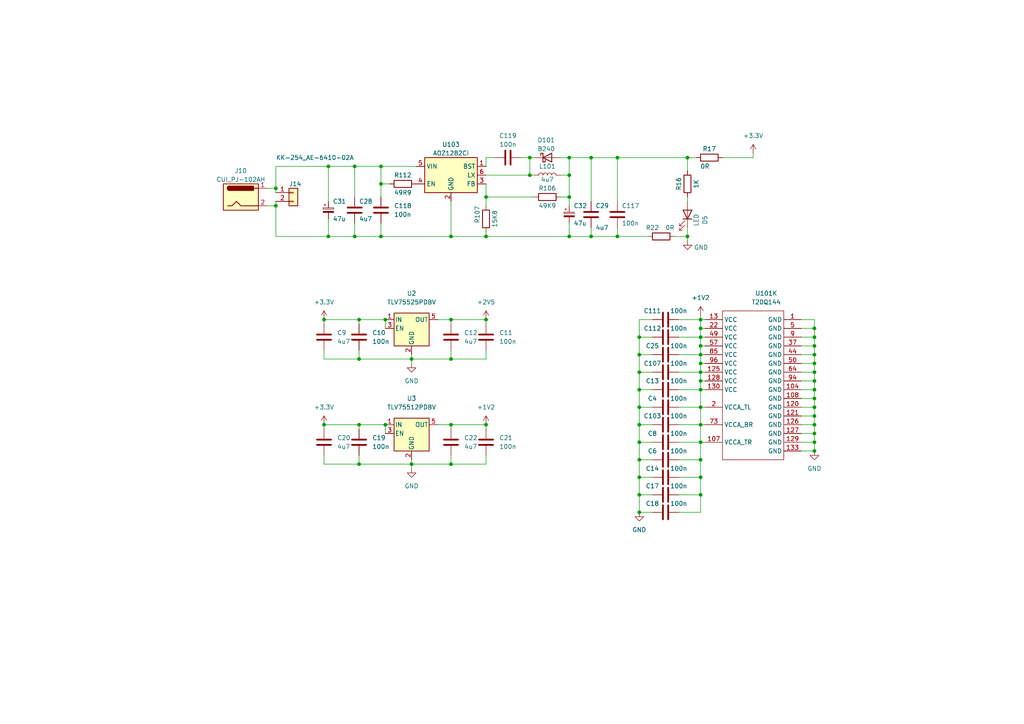
<source format=kicad_sch>
(kicad_sch (version 20231120) (generator "eeschema") (generator_version "8.0")
  (paper "A4")
  (lib_symbols
    (symbol "Connector:Barrel_Jack" (pin_names (offset 1.016))
      (property "Reference" "J" (at 0 5.334 0))
      (property "Value" "Barrel_Jack" (at 0 -5.08 0))
      (symbol "Barrel_Jack_0_1"
        (rectangle (start -5.08 3.81) (end 5.08 -3.81) (stroke (width 0.254)) (fill (type background)))
        (arc (start -3.302 3.175) (mid -3.9343 2.54) (end -3.302 1.905) (stroke (width 0.254)))
        (arc (start -3.302 3.175) (mid -3.9343 2.54) (end -3.302 1.905) (stroke (width 0.254)) (fill (type outline)))
        (polyline (pts (xy 5.08 2.54) (xy 3.81 2.54)) (stroke (width 0.254)))
        (polyline (pts (xy -3.81 -2.54) (xy -2.54 -2.54) (xy -1.27 -1.27) (xy 0 -2.54) (xy 2.54 -2.54) (xy 5.08 -2.54)) (stroke (width 0.254)))
        (rectangle (start 3.683 3.175) (end -3.302 1.905) (stroke (width 0.254)) (fill (type outline)))
      )
      (symbol "Barrel_Jack_1_1"
        (pin passive line (at 7.62 2.54 180) (length 2.54) (name "~") (number "1"))
        (pin passive line (at 7.62 -2.54 180) (length 2.54) (name "~") (number "2"))
      )
    )
    (symbol "Connector_Generic:Conn_01x02" (pin_names (offset 1.016) hide)
      (property "Reference" "J" (at 0 2.54 0))
      (property "Value" "Conn_01x02" (at 0 -5.08 0))
      (symbol "Conn_01x02_1_1"
        (rectangle (start -1.27 -2.413) (end 0 -2.667) (stroke (width 0.1524)))
        (rectangle (start -1.27 0.127) (end 0 -0.127) (stroke (width 0.1524)))
        (rectangle (start -1.27 1.27) (end 1.27 -3.81) (stroke (width 0.254)) (fill (type background)))
        (pin passive line (at -5.08 0 0) (length 3.81) (name "Pin_1") (number "1"))
        (pin passive line (at -5.08 -2.54 0) (length 3.81) (name "Pin_2") (number "2"))
      )
    )
    (symbol "Dales:C" (pin_numbers hide) (pin_names (offset 0.254))
      (property "Reference" "C" (at 0.635 2.54 0))
      (property "Value" "C" (at 0.635 -2.54 0))
      (symbol "C_0_1"
        (polyline (pts (xy -2.032 -0.762) (xy 2.032 -0.762)) (stroke (width 0.508)))
        (polyline (pts (xy -2.032 0.762) (xy 2.032 0.762)) (stroke (width 0.508)))
      )
      (symbol "C_1_1"
        (pin passive line (at 0 3.81 270) (length 2.794) (name "~") (number "1"))
        (pin passive line (at 0 -3.81 90) (length 2.794) (name "~") (number "2"))
      )
    )
    (symbol "Dales:T20Q144"
      (property "Reference" "U4" (at 12.7 5.08 0))
      (property "Value" "T20Q144" (at 12.7 2.54 0))
      (symbol "T20Q144_1_1"
        (rectangle (start 0 0) (end 22.86 -33.02) (fill (type background)))
        (pin power_in line (at 27.94 -2.54 180) (length 5.08) (name "VCCIO1A") (number "23"))
        (pin output line (at -5.08 -2.54 0) (length 5.08) (name "TDO") (number "24"))
        (pin input line (at -5.08 -5.08 0) (length 5.08) (name "TMS") (number "25"))
        (pin input line (at -5.08 -7.62 0) (length 5.08) (name "TCK") (number "26"))
        (pin input line (at -5.08 -10.16 0) (length 5.08) (name "TDI") (number "27"))
        (pin bidirectional line (at -5.08 -12.7 0) (length 5.08) (name "GPIOL_09_CDI1") (number "28"))
        (pin bidirectional line (at -5.08 -15.24 0) (length 5.08) (name "GPIOL_08_CDI0") (number "29"))
        (pin bidirectional line (at -5.08 -22.86 0) (length 5.08) (name "GPIOL_01_CCK") (number "30"))
        (pin bidirectional line (at -5.08 -25.4 0) (length 5.08) (name "GPIOL_00_SS_N") (number "31"))
        (pin bidirectional line (at -5.08 -20.32 0) (length 5.08) (name "GPIOL_04_CSI") (number "32"))
        (pin bidirectional line (at -5.08 -17.78 0) (length 5.08) (name "GPIOL_05_CSO") (number "33"))
        (pin output line (at -5.08 -30.48 0) (length 5.08) (name "CDONE") (number "34"))
        (pin bidirectional line (at -5.08 -27.94 0) (length 5.08) (name "CRESET_N") (number "35"))
      )
      (symbol "T20Q144_2_1"
        (rectangle (start 0 0) (end 27.94 -20.32) (fill (type background)))
        (pin bidirectional line (at -5.08 -2.54 0) (length 5.08) (name "GPIOL_25_CLK1") (number "14"))
        (pin bidirectional line (at -5.08 -5.08 0) (length 5.08) (name "GPIOL_24_CLK0") (number "15"))
        (pin bidirectional line (at -5.08 -7.62 0) (length 5.08) (name "GPIOL_22_CTRL2") (number "16"))
        (pin bidirectional line (at -5.08 -10.16 0) (length 5.08) (name "GPIOL_21_CTRL1_CDI5") (number "17"))
        (pin bidirectional line (at -5.08 -12.7 0) (length 5.08) (name "GPIOL_20_CTRL0_CDI4") (number "18"))
        (pin bidirectional line (at -5.08 -15.24 0) (length 5.08) (name "GPIOL_13_CDI3") (number "19"))
        (pin input line (at -5.08 -17.78 0) (length 5.08) (name "GPIOL_12_CDI2") (number "20"))
        (pin power_in line (at 33.02 -2.54 180) (length 5.08) (name "VCCIO1B") (number "21"))
      )
      (symbol "T20Q144_3_1"
        (rectangle (start 0 0) (end 30.48 -20.32) (fill (type background)))
        (pin bidirectional line (at -5.08 -15.24 0) (length 5.08) (name "GPIOL_32_CTRL4_CDI7") (number "10"))
        (pin bidirectional line (at -5.08 -17.78 0) (length 5.08) (name "GPIOL_31_CLK7_CDI6") (number "11"))
        (pin power_in line (at 35.56 -2.54 180) (length 5.08) (name "VCCIO1C_1D") (number "12"))
        (pin bidirectional line (at -5.08 -5.08 0) (length 5.08) (name "GPIOL_53_CDI10") (number "3"))
        (pin bidirectional line (at -5.08 -2.54 0) (length 5.08) (name "GPIOL_54_CDI11") (number "4"))
        (pin bidirectional line (at -5.08 -7.62 0) (length 5.08) (name "GPIOL_46") (number "6"))
        (pin bidirectional line (at -5.08 -10.16 0) (length 5.08) (name "GPIOL_41_CDI9") (number "7"))
        (pin bidirectional line (at -5.08 -12.7 0) (length 5.08) (name "GPIOL_40_CDI8") (number "8"))
      )
      (symbol "T20Q144_4_1"
        (rectangle (start 0 0) (end 27.94 -33.02) (fill (type background)))
        (rectangle (start 27.94 -2.54) (end 27.94 -2.54))
        (pin bidirectional line (at -5.08 -2.54 0) (length 5.08) (name "GPIOL_75_PLLIN1") (number "131"))
        (pin bidirectional line (at -5.08 -5.08 0) (length 5.08) (name "GPIOL_74_PLLIN0") (number "132"))
        (pin bidirectional line (at -5.08 -7.62 0) (length 5.08) (name "GPIOL_73_EXTFB1_CDI15") (number "134"))
        (pin bidirectional line (at -5.08 -10.16 0) (length 5.08) (name "GPIOL_72_EXTFB0_CDI14") (number "135"))
        (pin bidirectional line (at -5.08 -12.7 0) (length 5.08) (name "GPIOL_71_NSTATUS") (number "136"))
        (pin bidirectional line (at -5.08 -15.24 0) (length 5.08) (name "GPIOL_70_CBSEL0") (number "137"))
        (pin bidirectional line (at -5.08 -17.78 0) (length 5.08) (name "GPIOL_69_CBSEL1") (number "138"))
        (pin bidirectional line (at -5.08 -20.32 0) (length 5.08) (name "GPIOL_68") (number "139"))
        (pin bidirectional line (at -5.08 -22.86 0) (length 5.08) (name "GPIOL_67_CDI13") (number "140"))
        (pin bidirectional line (at -5.08 -25.4 0) (length 5.08) (name "GPIOL_65") (number "141"))
        (pin bidirectional line (at -5.08 -27.94 0) (length 5.08) (name "GPIOL_66_CDI12") (number "142"))
        (pin power_in line (at 33.02 -2.54 180) (length 5.08) (name "VCCIO1E") (number "143"))
        (pin power_in line (at -5.08 -30.48 0) (length 5.08) (name "GPIOL_64") (number "144"))
      )
      (symbol "T20Q144_5_1"
        (rectangle (start 0 0) (end 27.94 -35.56) (fill (type background)))
        (pin bidirectional line (at -5.08 -2.54 0) (length 5.08) (name "GPIOR_88_CDI28") (number "109"))
        (pin bidirectional line (at -5.08 -5.08 0) (length 5.08) (name "GPIOR_87_CDI29") (number "110"))
        (pin bidirectional line (at -5.08 -7.62 0) (length 5.08) (name "GPIOR_85") (number "111"))
        (pin bidirectional line (at -5.08 -10.16 0) (length 5.08) (name "GPIOR_86") (number "112"))
        (pin bidirectional line (at -5.08 -12.7 0) (length 5.08) (name "GPIOR_84") (number "113"))
        (pin bidirectional line (at -5.08 -15.24 0) (length 5.08) (name "GPIOR_83") (number "114"))
        (pin bidirectional line (at -5.08 -17.78 0) (length 5.08) (name "GPIOR_82") (number "115"))
        (pin bidirectional line (at -5.08 -20.32 0) (length 5.08) (name "GPIOR_81_MREFCLK") (number "116"))
        (pin bidirectional line (at -5.08 -22.86 0) (length 5.08) (name "GPIOR_80") (number "117"))
        (pin bidirectional line (at -5.08 -25.4 0) (length 5.08) (name "GPIOR_79_EXTFB1_CDI30") (number "118"))
        (pin bidirectional line (at -5.08 -27.94 0) (length 5.08) (name "GPIOR_78_EXTFB0_CDI31") (number "119"))
        (pin power_in line (at 33.02 -2.54 180) (length 5.08) (name "VCCIO3A") (number "122"))
        (pin bidirectional line (at -5.08 -30.48 0) (length 5.08) (name "GPIOR_77_PLLIN1") (number "123"))
        (pin bidirectional line (at -5.08 -33.02 0) (length 5.08) (name "GPIOR_76_PLLIN0") (number "124"))
      )
      (symbol "T20Q144_6_1"
        (rectangle (start 0 0) (end 38.1 -27.94) (fill (type background)))
        (pin bidirectional line (at -5.08 -12.7 0) (length 5.08) (name "GPIOR_112_CDI23") (number "100"))
        (pin bidirectional line (at -5.08 -15.24 0) (length 5.08) (name "GPIOR_105_CDI24") (number "101"))
        (pin bidirectional line (at -5.08 -17.78 0) (length 5.08) (name "GPIOR_104_CDI25") (number "102"))
        (pin bidirectional line (at -5.08 -20.32 0) (length 5.08) (name "GPIOR_95_CDI26") (number "103"))
        (pin bidirectional line (at -5.08 -22.86 0) (length 5.08) (name "GPIOR_94_CDI27") (number "105"))
        (pin bidirectional line (at -5.08 -25.4 0) (length 5.08) (name "GPIOR_88_CDI28") (number "106"))
        (pin bidirectional line (at -5.08 -2.54 0) (length 5.08) (name "GPIOR_122_CLK13_CDI21") (number "93"))
        (pin power_in line (at 43.18 -2.54 180) (length 5.08) (name "VCCIO3B_3C") (number "95"))
        (pin bidirectional line (at -5.08 -5.08 0) (length 5.08) (name "GPIOR_117_CTRL14") (number "97"))
        (pin bidirectional line (at -5.08 -7.62 0) (length 5.08) (name "GPIOR_116_CTRL15") (number "98"))
        (pin bidirectional line (at -5.08 -10.16 0) (length 5.08) (name "GPIOR_113_CDI22") (number "99"))
      )
      (symbol "T20Q144_7_1"
        (rectangle (start 0 0) (end 30.48 -25.4) (fill (type background)))
        (pin bidirectional line (at -5.08 -2.54 0) (length 5.08) (name "GPIOR_139") (number "81"))
        (pin bidirectional line (at -5.08 -5.08 0) (length 5.08) (name "GPIOR_138") (number "82"))
        (pin bidirectional line (at -5.08 -7.62 0) (length 5.08) (name "GPIOR_136_CDI16") (number "83"))
        (pin bidirectional line (at -5.08 -10.16 0) (length 5.08) (name "GPIOR_135_CDI17") (number "84"))
        (pin bidirectional line (at -5.08 -12.7 0) (length 5.08) (name "GPIOR_133_CDI18") (number "86"))
        (pin bidirectional line (at -5.08 -15.24 0) (length 5.08) (name "GPIOR_132_CDI19") (number "87"))
        (pin bidirectional line (at -5.08 -17.78 0) (length 5.08) (name "GPIOR_129_CTRL10") (number "89"))
        (pin bidirectional line (at -5.08 -20.32 0) (length 5.08) (name "GPIOR_128_CTRL11") (number "90"))
        (pin power_in line (at 35.56 -2.54 180) (length 5.08) (name "VCCIO3D") (number "91"))
        (pin bidirectional line (at -5.08 -22.86 0) (length 5.08) (name "GPIOR_125_CLK10") (number "92"))
      )
      (symbol "T20Q144_8_1"
        (rectangle (start 0 0) (end 30.48 -20.32) (fill (type background)))
        (pin bidirectional line (at -5.08 -2.54 0) (length 5.08) (name "GPIOR_158_TEST_N") (number "74"))
        (pin bidirectional line (at -5.08 -5.08 0) (length 5.08) (name "GPIOR_157_PLLIN") (number "75"))
        (pin bidirectional line (at -5.08 -7.62 0) (length 5.08) (name "GPIOR_155") (number "76"))
        (pin bidirectional line (at -5.08 -10.16 0) (length 5.08) (name "GPIOR_154") (number "77"))
        (pin bidirectional line (at -5.08 -12.7 0) (length 5.08) (name "GPIOR_151_CBUS0") (number "78"))
        (pin bidirectional line (at -5.08 -15.24 0) (length 5.08) (name "GPIOR_150_CBUS1") (number "79"))
        (pin bidirectional line (at -5.08 -17.78 0) (length 5.08) (name "GPIOR_149_CBUS2") (number "80"))
        (pin power_in line (at 35.56 -2.54 180) (length 5.08) (name "VCCIO3E") (number "88"))
      )
      (symbol "T20Q144_9_1"
        (rectangle (start 0 0) (end 25.4 -36.83) (fill (type background)))
        (pin bidirectional line (at -5.08 -2.54 0) (length 5.08) (name "GPIOB_RXP00") (number "55"))
        (pin bidirectional line (at -5.08 -5.08 0) (length 5.08) (name "GPIOB_RXN00") (number "56"))
        (pin bidirectional line (at -5.08 -7.62 0) (length 5.08) (name "GPIOB_RXP02") (number "58"))
        (pin bidirectional line (at -5.08 -10.16 0) (length 5.08) (name "GPIOB_RXN02") (number "59"))
        (pin bidirectional line (at -5.08 -12.7 0) (length 5.08) (name "GPIOB_RXN03") (number "60"))
        (pin bidirectional line (at -5.08 -15.24 0) (length 5.08) (name "GPIOB_RXP03") (number "61"))
        (pin power_in line (at 30.48 -2.54 180) (length 5.08) (name "VCCIO4A") (number "62"))
        (pin power_in line (at 30.48 -5.08 180) (length 5.08) (name "VCCIO4A") (number "63"))
        (pin bidirectional line (at -5.08 -17.78 0) (length 5.08) (name "GPIOB_RXN07") (number "65"))
        (pin bidirectional line (at -5.08 -20.32 0) (length 5.08) (name "GPIOB_RXP07") (number "66"))
        (pin bidirectional line (at -5.08 -22.86 0) (length 5.08) (name "GPIOB_RXP10") (number "67"))
        (pin bidirectional line (at -5.08 -25.4 0) (length 5.08) (name "GPIOB_RXN10") (number "68"))
        (pin bidirectional line (at -5.08 -27.94 0) (length 5.08) (name "GPIOB_RXN12_EXTFB0") (number "69"))
        (pin bidirectional line (at -5.08 -30.48 0) (length 5.08) (name "GPIOB_RXP12_EXTFB0") (number "70"))
        (pin bidirectional line (at -5.08 -33.02 0) (length 5.08) (name "GPIOB_CLKP0") (number "71"))
        (pin bidirectional line (at -5.08 -35.56 0) (length 5.08) (name "GPIOB_CLKN0") (number "72"))
      )
      (symbol "T20Q144_10_1"
        (rectangle (start 0 0) (end 25.4 -35.56) (fill (type background)))
        (pin passive line (at -5.08 -2.54 0) (length 5.08) (name "REF_RES") (number "36"))
        (pin bidirectional line (at -5.08 -5.08 0) (length 5.08) (name "GPIOB_TXP00") (number "38"))
        (pin bidirectional line (at -5.08 -7.62 0) (length 5.08) (name "GPIOB_TXN00") (number "39"))
        (pin bidirectional line (at -5.08 -10.16 0) (length 5.08) (name "GPIOB_TXP02") (number "40"))
        (pin bidirectional line (at -5.08 -12.7 0) (length 5.08) (name "GPIOB_TXN02") (number "41"))
        (pin bidirectional line (at -5.08 -15.24 0) (length 5.08) (name "GPIOB_TXP04") (number "42"))
        (pin bidirectional line (at -5.08 -17.78 0) (length 5.08) (name "GPIOB_TXN04") (number "43"))
        (pin bidirectional line (at -5.08 -20.32 0) (length 5.08) (name "GPIOB_TXP06") (number "45"))
        (pin bidirectional line (at -5.08 -22.86 0) (length 5.08) (name "GPIOB_TXN06") (number "46"))
        (pin bidirectional line (at -5.08 -25.4 0) (length 5.08) (name "GPIOB_TXP09") (number "47"))
        (pin bidirectional line (at -5.08 -27.94 0) (length 5.08) (name "GPIOB_TXN09") (number "48"))
        (pin power_in line (at 30.48 -2.54 180) (length 5.08) (name "VCCIO4B") (number "51"))
        (pin power_in line (at 30.48 -5.08 180) (length 5.08) (name "VCCIO4B") (number "52"))
        (pin bidirectional line (at -5.08 -30.48 0) (length 5.08) (name "GPIOB_TXP11") (number "53"))
        (pin bidirectional line (at -5.08 -33.02 0) (length 5.08) (name "GPIOB_TXN11") (number "54"))
      )
      (symbol "T20Q144_11_1"
        (rectangle (start 0 0) (end 17.78 -43.18))
        (pin power_in line (at 22.86 -2.54 180) (length 5.08) (name "GND") (number "1"))
        (pin power_in line (at 22.86 -22.86 180) (length 5.08) (name "GND") (number "104"))
        (pin power_in line (at -5.08 -38.1 0) (length 5.08) (name "VCCA_TR") (number "107"))
        (pin power_in line (at 22.86 -25.4 180) (length 5.08) (name "GND") (number "108"))
        (pin power_in line (at 22.86 -27.94 180) (length 5.08) (name "GND") (number "120"))
        (pin power_in line (at 22.86 -30.48 180) (length 5.08) (name "GND") (number "121"))
        (pin power_in line (at -5.08 -17.78 0) (length 5.08) (name "VCC") (number "125"))
        (pin power_in line (at 22.86 -33.02 180) (length 5.08) (name "GND") (number "126"))
        (pin power_in line (at 22.86 -35.56 180) (length 5.08) (name "GND") (number "127"))
        (pin power_in line (at -5.08 -20.32 0) (length 5.08) (name "VCC") (number "128"))
        (pin power_in line (at 22.86 -38.1 180) (length 5.08) (name "GND") (number "129"))
        (pin power_in line (at -5.08 -2.54 0) (length 5.08) (name "VCC") (number "13"))
        (pin power_in line (at -5.08 -22.86 0) (length 5.08) (name "VCC") (number "130"))
        (pin power_in line (at 22.86 -40.64 180) (length 5.08) (name "GND") (number "133"))
        (pin power_in line (at -5.08 -27.94 0) (length 5.08) (name "VCCA_TL") (number "2"))
        (pin power_in line (at -5.08 -5.08 0) (length 5.08) (name "VCC") (number "22"))
        (pin power_in line (at 22.86 -10.16 180) (length 5.08) (name "GND") (number "37"))
        (pin power_in line (at 22.86 -12.7 180) (length 5.08) (name "GND") (number "44"))
        (pin power_in line (at -5.08 -7.62 0) (length 5.08) (name "VCC") (number "49"))
        (pin power_in line (at 22.86 -5.08 180) (length 5.08) (name "GND") (number "5"))
        (pin power_in line (at 22.86 -15.24 180) (length 5.08) (name "GND") (number "50"))
        (pin power_in line (at -5.08 -10.16 0) (length 5.08) (name "VCC") (number "57"))
        (pin power_in line (at 22.86 -17.78 180) (length 5.08) (name "GND") (number "64"))
        (pin power_in line (at -5.08 -33.02 0) (length 5.08) (name "VCCA_BR") (number "73"))
        (pin power_in line (at -5.08 -12.7 0) (length 5.08) (name "VCC") (number "85"))
        (pin power_in line (at 22.86 -7.62 180) (length 5.08) (name "GND") (number "9"))
        (pin power_in line (at 22.86 -20.32 180) (length 5.08) (name "GND") (number "94"))
        (pin power_in line (at -5.08 -15.24 0) (length 5.08) (name "VCC") (number "96"))
      )
    )
    (symbol "Device:C_Polarized_Small" (pin_numbers hide) (pin_names (offset 0.254) hide)
      (property "Reference" "C" (at 0.254 1.778 0))
      (property "Value" "C_Polarized_Small" (at 0.254 -2.032 0))
      (symbol "C_Polarized_Small_0_1"
        (rectangle (start -1.524 -0.3048) (end 1.524 -0.6858) (fill (type outline)))
        (rectangle (start -1.524 0.6858) (end 1.524 0.3048))
        (polyline (pts (xy -1.27 1.524) (xy -0.762 1.524)))
        (polyline (pts (xy -1.016 1.27) (xy -1.016 1.778)))
      )
      (symbol "C_Polarized_Small_1_1"
        (pin passive line (at 0 2.54 270) (length 1.8542) (name "~") (number "1"))
        (pin passive line (at 0 -2.54 90) (length 1.8542) (name "~") (number "2"))
      )
    )
    (symbol "Device:L" (pin_numbers hide) (pin_names (offset 1.016) hide)
      (property "Reference" "L" (at -1.27 0 90))
      (property "Value" "L" (at 1.905 0 90))
      (symbol "L_0_1"
        (arc (start 0 -2.54) (mid 0.6323 -1.905) (end 0 -1.27))
        (arc (start 0 -1.27) (mid 0.6323 -0.635) (end 0 0))
        (arc (start 0 0) (mid 0.6323 0.635) (end 0 1.27))
        (arc (start 0 1.27) (mid 0.6323 1.905) (end 0 2.54))
      )
      (symbol "L_1_1"
        (pin passive line (at 0 3.81 270) (length 1.27) (name "1") (number "1"))
        (pin passive line (at 0 -3.81 90) (length 1.27) (name "2") (number "2"))
      )
    )
    (symbol "Device:LED" (pin_numbers hide) (pin_names (offset 1.016) hide)
      (property "Reference" "D" (at 0 2.54 0))
      (property "Value" "LED" (at 0 -2.54 0))
      (symbol "LED_0_1"
        (polyline (pts (xy -1.27 -1.27) (xy -1.27 1.27)) (stroke (width 0.254)))
        (polyline (pts (xy -1.27 0) (xy 1.27 0)))
        (polyline (pts (xy 1.27 -1.27) (xy 1.27 1.27) (xy -1.27 0) (xy 1.27 -1.27)) (stroke (width 0.254)))
        (polyline (pts (xy -3.048 -0.762) (xy -4.572 -2.286) (xy -3.81 -2.286) (xy -4.572 -2.286) (xy -4.572 -1.524)))
        (polyline (pts (xy -1.778 -0.762) (xy -3.302 -2.286) (xy -2.54 -2.286) (xy -3.302 -2.286) (xy -3.302 -1.524)))
      )
      (symbol "LED_1_1"
        (pin passive line (at -3.81 0 0) (length 2.54) (name "K") (number "1"))
        (pin passive line (at 3.81 0 180) (length 2.54) (name "A") (number "2"))
      )
    )
    (symbol "Device:R" (pin_numbers hide) (pin_names (offset 0))
      (property "Reference" "R" (at 2.032 0 90))
      (property "Value" "R" (at 0 0 90))
      (symbol "R_0_1"
        (rectangle (start -1.016 -2.54) (end 1.016 2.54) (stroke (width 0.254)))
      )
      (symbol "R_1_1"
        (pin passive line (at 0 3.81 270) (length 1.27) (name "~") (number "1"))
        (pin passive line (at 0 -3.81 90) (length 1.27) (name "~") (number "2"))
      )
    )
    (symbol "Diode:B240" (pin_numbers hide) (pin_names (offset 1.016) hide)
      (property "Reference" "D" (at 0 2.54 0))
      (property "Value" "B240" (at 0 -2.54 0))
      (symbol "B240_0_1"
        (polyline (pts (xy 1.27 0) (xy -1.27 0)))
        (polyline (pts (xy 1.27 1.27) (xy 1.27 -1.27) (xy -1.27 0) (xy 1.27 1.27)) (stroke (width 0.254)))
        (polyline (pts (xy -1.905 0.635) (xy -1.905 1.27) (xy -1.27 1.27) (xy -1.27 -1.27) (xy -0.635 -1.27) (xy -0.635 -0.635)) (stroke (width 0.254)))
      )
      (symbol "B240_1_1"
        (pin passive line (at -3.81 0 0) (length 2.54) (name "K") (number "1"))
        (pin passive line (at 3.81 0 180) (length 2.54) (name "A") (number "2"))
      )
    )
    (symbol "Regulator_Linear:TLV75512PDBV" (pin_names (offset 0.254))
      (property "Reference" "U" (at -3.81 5.715 0))
      (property "Value" "TLV75512PDBV" (at 0 5.715 0))
      (symbol "TLV75512PDBV_0_1"
        (rectangle (start -5.08 4.445) (end 5.08 -5.08) (stroke (width 0.254)) (fill (type background)))
      )
      (symbol "TLV75512PDBV_1_1"
        (pin power_in line (at -7.62 2.54 0) (length 2.54) (name "IN") (number "1"))
        (pin power_in line (at 0 -7.62 90) (length 2.54) (name "GND") (number "2"))
        (pin input line (at -7.62 0 0) (length 2.54) (name "EN") (number "3"))
        (pin no_connect line (at 5.08 0 180) (length 2.54) hide (name "NC") (number "4"))
        (pin power_out line (at 7.62 2.54 180) (length 2.54) (name "OUT") (number "5"))
      )
    )
    (symbol "Regulator_Switching:AOZ1282CI"
      (property "Reference" "U" (at -6.35 -6.35 0))
      (property "Value" "AOZ1282CI" (at -2.54 6.35 0))
      (symbol "AOZ1282CI_0_1"
        (rectangle (start -7.62 5.08) (end 7.62 -5.08) (stroke (width 0.254)) (fill (type background)))
      )
      (symbol "AOZ1282CI_1_1"
        (pin input line (at 10.16 2.54 180) (length 2.54) (name "BST") (number "1"))
        (pin power_in line (at 0 -7.62 90) (length 2.54) (name "GND") (number "2"))
        (pin input line (at 10.16 -2.54 180) (length 2.54) (name "FB") (number "3"))
        (pin input line (at -10.16 -2.54 0) (length 2.54) (name "EN") (number "4"))
        (pin power_in line (at -10.16 2.54 0) (length 2.54) (name "VIN") (number "5"))
        (pin power_out line (at 10.16 0 180) (length 2.54) (name "LX") (number "6"))
      )
    )
    (symbol "power:+1V2" (power) (pin_names (offset 0))
      (property "Value" "+1V2" (at 0 3.556 0))
      (symbol "+1V2_0_1"
        (polyline (pts (xy -0.762 1.27) (xy 0 2.54)))
        (polyline (pts (xy 0 0) (xy 0 2.54)))
        (polyline (pts (xy 0 2.54) (xy 0.762 1.27)))
      )
      (symbol "+1V2_1_1"
        (pin power_in line (at 0 0 90) (length 0) hide (name "+1V2") (number "1"))
      )
    )
    (symbol "power:+2V5" (power) (pin_names (offset 0))
      (property "Value" "+2V5" (at 0 3.556 0))
      (symbol "+2V5_0_1"
        (polyline (pts (xy -0.762 1.27) (xy 0 2.54)))
        (polyline (pts (xy 0 0) (xy 0 2.54)))
        (polyline (pts (xy 0 2.54) (xy 0.762 1.27)))
      )
      (symbol "+2V5_1_1"
        (pin power_in line (at 0 0 90) (length 0) hide (name "+2V5") (number "1"))
      )
    )
    (symbol "power:+3.3V" (power) (pin_names (offset 0))
      (property "Value" "+3.3V" (at 0 3.556 0))
      (symbol "+3.3V_0_1"
        (polyline (pts (xy -0.762 1.27) (xy 0 2.54)))
        (polyline (pts (xy 0 0) (xy 0 2.54)))
        (polyline (pts (xy 0 2.54) (xy 0.762 1.27)))
      )
      (symbol "+3.3V_1_1"
        (pin power_in line (at 0 0 90) (length 0) hide (name "+3.3V") (number "1"))
      )
    )
    (symbol "power:GND" (power) (pin_names (offset 0))
      (property "Value" "GND" (at 0 -3.81 0))
      (symbol "GND_0_1"
        (polyline (pts (xy 0 0) (xy 0 -1.27) (xy 1.27 -1.27) (xy 0 -2.54) (xy -1.27 -1.27) (xy 0 -1.27)))
      )
      (symbol "GND_1_1"
        (pin power_in line (at 0 0 270) (length 0) hide (name "GND") (number "1"))
      )
    )
  )
  (junction (at 203.2 107.95))
  (junction (at 102.87 68.58))
  (junction (at 203.2 133.35))
  (junction (at 203.2 128.27))
  (junction (at 110.49 48.26))
  (junction (at 165.1 57.15))
  (junction (at 102.87 48.26))
  (junction (at 110.49 53.34))
  (junction (at 93.98 92.71))
  (junction (at 104.14 92.71))
  (junction (at 203.2 95.25))
  (junction (at 130.81 68.58))
  (junction (at 236.22 110.49))
  (junction (at 185.42 123.19))
  (junction (at 165.1 45.72))
  (junction (at 236.22 125.73))
  (junction (at 185.42 133.35))
  (junction (at 203.2 113.03))
  (junction (at 185.42 128.27))
  (junction (at 119.38 104.14))
  (junction (at 171.45 45.72))
  (junction (at 153.67 45.72))
  (junction (at 203.2 118.11))
  (junction (at 236.22 113.03))
  (junction (at 203.2 105.41))
  (junction (at 130.81 104.14))
  (junction (at 171.45 68.58))
  (junction (at 236.22 130.81))
  (junction (at 236.22 102.87))
  (junction (at 119.38 134.62))
  (junction (at 165.1 50.8))
  (junction (at 130.81 134.62))
  (junction (at 185.42 102.87))
  (junction (at 236.22 118.11))
  (junction (at 199.39 68.58))
  (junction (at 203.2 97.79))
  (junction (at 236.22 97.79))
  (junction (at 236.22 95.25))
  (junction (at 203.2 110.49))
  (junction (at 203.2 143.51))
  (junction (at 93.98 123.19))
  (junction (at 130.81 92.71))
  (junction (at 185.42 138.43))
  (junction (at 236.22 120.65))
  (junction (at 203.2 100.33))
  (junction (at 140.97 57.15))
  (junction (at 236.22 107.95))
  (junction (at 203.2 138.43))
  (junction (at 185.42 148.59))
  (junction (at 236.22 128.27))
  (junction (at 104.14 104.14))
  (junction (at 185.42 107.95))
  (junction (at 179.07 68.58))
  (junction (at 165.1 68.58))
  (junction (at 203.2 102.87))
  (junction (at 236.22 123.19))
  (junction (at 80.01 59.69))
  (junction (at 199.39 45.72))
  (junction (at 236.22 100.33))
  (junction (at 111.76 123.19))
  (junction (at 185.42 97.79))
  (junction (at 236.22 105.41))
  (junction (at 185.42 118.11))
  (junction (at 95.25 48.26))
  (junction (at 95.25 68.58))
  (junction (at 140.97 68.58))
  (junction (at 110.49 68.58))
  (junction (at 80.01 54.61))
  (junction (at 185.42 113.03))
  (junction (at 203.2 123.19))
  (junction (at 104.14 123.19))
  (junction (at 111.76 92.71))
  (junction (at 140.97 123.19))
  (junction (at 140.97 92.71))
  (junction (at 236.22 115.57))
  (junction (at 104.14 134.62))
  (junction (at 153.67 50.8))
  (junction (at 130.81 123.19))
  (junction (at 203.2 92.71))
  (junction (at 179.07 45.72))
  (junction (at 185.42 143.51))
  (wire (pts (xy 127 92.71) (xy 130.81 92.71)))
  (wire (pts (xy 185.42 118.11) (xy 185.42 113.03)))
  (wire (pts (xy 236.22 128.27) (xy 236.22 125.73)))
  (wire (pts (xy 236.22 107.95) (xy 236.22 105.41)))
  (wire (pts (xy 185.42 143.51) (xy 185.42 138.43)))
  (wire (pts (xy 203.2 113.03) (xy 204.47 113.03)))
  (wire (pts (xy 196.85 102.87) (xy 203.2 102.87)))
  (wire (pts (xy 236.22 95.25) (xy 236.22 92.71)))
  (wire (pts (xy 130.81 101.6) (xy 130.81 104.14)))
  (wire (pts (xy 95.25 48.26) (xy 102.87 48.26)))
  (wire (pts (xy 203.2 118.11) (xy 204.47 118.11)))
  (wire (pts (xy 196.85 107.95) (xy 203.2 107.95)))
  (wire (pts (xy 165.1 64.77) (xy 165.1 68.58)))
  (wire (pts (xy 203.2 92.71) (xy 203.2 95.25)))
  (wire (pts (xy 185.42 128.27) (xy 185.42 123.19)))
  (wire (pts (xy 203.2 133.35) (xy 203.2 128.27)))
  (wire (pts (xy 80.01 68.58) (xy 95.25 68.58)))
  (wire (pts (xy 236.22 118.11) (xy 236.22 115.57)))
  (wire (pts (xy 80.01 59.69) (xy 77.47 59.69)))
  (wire (pts (xy 80.01 48.26) (xy 95.25 48.26)))
  (wire (pts (xy 199.39 45.72) (xy 201.93 45.72)))
  (wire (pts (xy 185.42 128.27) (xy 189.23 128.27)))
  (wire (pts (xy 111.76 95.25) (xy 111.76 92.71)))
  (wire (pts (xy 196.85 123.19) (xy 203.2 123.19)))
  (wire (pts (xy 80.01 54.61) (xy 77.47 54.61)))
  (wire (pts (xy 104.14 123.19) (xy 104.14 124.46)))
  (wire (pts (xy 185.42 102.87) (xy 189.23 102.87)))
  (wire (pts (xy 199.39 68.58) (xy 199.39 69.85)))
  (wire (pts (xy 203.2 123.19) (xy 203.2 128.27)))
  (wire (pts (xy 140.97 132.08) (xy 140.97 134.62)))
  (wire (pts (xy 165.1 45.72) (xy 165.1 50.8)))
  (wire (pts (xy 80.01 54.61) (xy 80.01 55.88)))
  (wire (pts (xy 232.41 105.41) (xy 236.22 105.41)))
  (wire (pts (xy 236.22 92.71) (xy 232.41 92.71)))
  (wire (pts (xy 179.07 45.72) (xy 199.39 45.72)))
  (wire (pts (xy 151.13 45.72) (xy 153.67 45.72)))
  (wire (pts (xy 203.2 97.79) (xy 203.2 100.33)))
  (wire (pts (xy 209.55 45.72) (xy 218.44 45.72)))
  (wire (pts (xy 236.22 100.33) (xy 236.22 97.79)))
  (wire (pts (xy 102.87 64.77) (xy 102.87 68.58)))
  (wire (pts (xy 203.2 92.71) (xy 204.47 92.71)))
  (wire (pts (xy 203.2 100.33) (xy 204.47 100.33)))
  (wire (pts (xy 203.2 148.59) (xy 203.2 143.51)))
  (wire (pts (xy 130.81 68.58) (xy 110.49 68.58)))
  (wire (pts (xy 203.2 107.95) (xy 203.2 110.49)))
  (wire (pts (xy 140.97 50.8) (xy 153.67 50.8)))
  (wire (pts (xy 154.94 57.15) (xy 140.97 57.15)))
  (wire (pts (xy 203.2 123.19) (xy 204.47 123.19)))
  (wire (pts (xy 80.01 48.26) (xy 80.01 54.61)))
  (wire (pts (xy 104.14 123.19) (xy 111.76 123.19)))
  (wire (pts (xy 171.45 45.72) (xy 171.45 58.42)))
  (wire (pts (xy 140.97 123.19) (xy 140.97 124.46)))
  (wire (pts (xy 95.25 63.5) (xy 95.25 68.58)))
  (wire (pts (xy 185.42 107.95) (xy 189.23 107.95)))
  (wire (pts (xy 185.42 138.43) (xy 185.42 133.35)))
  (wire (pts (xy 185.42 143.51) (xy 189.23 143.51)))
  (wire (pts (xy 111.76 125.73) (xy 111.76 123.19)))
  (wire (pts (xy 153.67 50.8) (xy 154.94 50.8)))
  (wire (pts (xy 140.97 57.15) (xy 140.97 59.69)))
  (wire (pts (xy 196.85 133.35) (xy 203.2 133.35)))
  (wire (pts (xy 162.56 45.72) (xy 165.1 45.72)))
  (wire (pts (xy 236.22 105.41) (xy 236.22 102.87)))
  (wire (pts (xy 236.22 115.57) (xy 236.22 113.03)))
  (wire (pts (xy 203.2 95.25) (xy 204.47 95.25)))
  (wire (pts (xy 185.42 97.79) (xy 185.42 92.71)))
  (wire (pts (xy 203.2 100.33) (xy 203.2 102.87)))
  (wire (pts (xy 93.98 101.6) (xy 93.98 104.14)))
  (wire (pts (xy 185.42 113.03) (xy 185.42 107.95)))
  (wire (pts (xy 185.42 133.35) (xy 189.23 133.35)))
  (wire (pts (xy 93.98 124.46) (xy 93.98 123.19)))
  (wire (pts (xy 185.42 107.95) (xy 185.42 102.87)))
  (wire (pts (xy 171.45 45.72) (xy 179.07 45.72)))
  (wire (pts (xy 110.49 64.77) (xy 110.49 68.58)))
  (wire (pts (xy 232.41 95.25) (xy 236.22 95.25)))
  (wire (pts (xy 95.25 48.26) (xy 95.25 58.42)))
  (wire (pts (xy 104.14 134.62) (xy 119.38 134.62)))
  (wire (pts (xy 165.1 50.8) (xy 165.1 57.15)))
  (wire (pts (xy 203.2 95.25) (xy 203.2 97.79)))
  (wire (pts (xy 236.22 113.03) (xy 236.22 110.49)))
  (wire (pts (xy 93.98 134.62) (xy 104.14 134.62)))
  (wire (pts (xy 104.14 104.14) (xy 119.38 104.14)))
  (wire (pts (xy 119.38 105.41) (xy 119.38 104.14)))
  (wire (pts (xy 196.85 138.43) (xy 203.2 138.43)))
  (wire (pts (xy 162.56 57.15) (xy 165.1 57.15)))
  (wire (pts (xy 203.2 110.49) (xy 204.47 110.49)))
  (wire (pts (xy 232.41 110.49) (xy 236.22 110.49)))
  (wire (pts (xy 110.49 53.34) (xy 110.49 48.26)))
  (wire (pts (xy 196.85 113.03) (xy 203.2 113.03)))
  (wire (pts (xy 203.2 102.87) (xy 204.47 102.87)))
  (wire (pts (xy 185.42 123.19) (xy 185.42 118.11)))
  (wire (pts (xy 185.42 138.43) (xy 189.23 138.43)))
  (wire (pts (xy 130.81 68.58) (xy 140.97 68.58)))
  (wire (pts (xy 119.38 135.89) (xy 119.38 134.62)))
  (wire (pts (xy 232.41 130.81) (xy 236.22 130.81)))
  (wire (pts (xy 199.39 66.04) (xy 199.39 68.58)))
  (wire (pts (xy 140.97 45.72) (xy 143.51 45.72)))
  (wire (pts (xy 113.03 53.34) (xy 110.49 53.34)))
  (wire (pts (xy 179.07 45.72) (xy 179.07 58.42)))
  (wire (pts (xy 140.97 92.71) (xy 140.97 93.98)))
  (wire (pts (xy 93.98 92.71) (xy 104.14 92.71)))
  (wire (pts (xy 165.1 68.58) (xy 171.45 68.58)))
  (wire (pts (xy 189.23 148.59) (xy 185.42 148.59)))
  (wire (pts (xy 102.87 48.26) (xy 110.49 48.26)))
  (wire (pts (xy 130.81 134.62) (xy 119.38 134.62)))
  (wire (pts (xy 130.81 124.46) (xy 130.81 123.19)))
  (wire (pts (xy 104.14 92.71) (xy 111.76 92.71)))
  (wire (pts (xy 236.22 125.73) (xy 236.22 123.19)))
  (wire (pts (xy 153.67 45.72) (xy 153.67 50.8)))
  (wire (pts (xy 232.41 123.19) (xy 236.22 123.19)))
  (wire (pts (xy 185.42 113.03) (xy 189.23 113.03)))
  (wire (pts (xy 199.39 45.72) (xy 199.39 49.53)))
  (wire (pts (xy 80.01 59.69) (xy 80.01 68.58)))
  (wire (pts (xy 203.2 138.43) (xy 203.2 133.35)))
  (wire (pts (xy 130.81 92.71) (xy 140.97 92.71)))
  (wire (pts (xy 232.41 100.33) (xy 236.22 100.33)))
  (wire (pts (xy 102.87 48.26) (xy 102.87 57.15)))
  (wire (pts (xy 203.2 97.79) (xy 204.47 97.79)))
  (wire (pts (xy 232.41 97.79) (xy 236.22 97.79)))
  (wire (pts (xy 203.2 91.44) (xy 203.2 92.71)))
  (wire (pts (xy 232.41 125.73) (xy 236.22 125.73)))
  (wire (pts (xy 110.49 53.34) (xy 110.49 57.15)))
  (wire (pts (xy 104.14 92.71) (xy 104.14 93.98)))
  (wire (pts (xy 185.42 133.35) (xy 185.42 128.27)))
  (wire (pts (xy 153.67 45.72) (xy 154.94 45.72)))
  (wire (pts (xy 171.45 68.58) (xy 179.07 68.58)))
  (wire (pts (xy 218.44 45.72) (xy 218.44 44.45)))
  (wire (pts (xy 203.2 105.41) (xy 204.47 105.41)))
  (wire (pts (xy 171.45 66.04) (xy 171.45 68.58)))
  (wire (pts (xy 104.14 101.6) (xy 104.14 104.14)))
  (wire (pts (xy 232.41 120.65) (xy 236.22 120.65)))
  (wire (pts (xy 203.2 105.41) (xy 203.2 107.95)))
  (wire (pts (xy 195.58 68.58) (xy 199.39 68.58)))
  (wire (pts (xy 130.81 58.42) (xy 130.81 68.58)))
  (wire (pts (xy 119.38 104.14) (xy 119.38 102.87)))
  (wire (pts (xy 93.98 132.08) (xy 93.98 134.62)))
  (wire (pts (xy 203.2 143.51) (xy 203.2 138.43)))
  (wire (pts (xy 185.42 123.19) (xy 189.23 123.19)))
  (wire (pts (xy 196.85 128.27) (xy 203.2 128.27)))
  (wire (pts (xy 203.2 118.11) (xy 203.2 123.19)))
  (wire (pts (xy 127 123.19) (xy 130.81 123.19)))
  (wire (pts (xy 203.2 110.49) (xy 203.2 113.03)))
  (wire (pts (xy 179.07 68.58) (xy 179.07 66.04)))
  (wire (pts (xy 162.56 50.8) (xy 165.1 50.8)))
  (wire (pts (xy 196.85 118.11) (xy 203.2 118.11)))
  (wire (pts (xy 236.22 120.65) (xy 236.22 118.11)))
  (wire (pts (xy 185.42 102.87) (xy 185.42 97.79)))
  (wire (pts (xy 140.97 104.14) (xy 130.81 104.14)))
  (wire (pts (xy 93.98 123.19) (xy 104.14 123.19)))
  (wire (pts (xy 140.97 48.26) (xy 140.97 45.72)))
  (wire (pts (xy 104.14 132.08) (xy 104.14 134.62)))
  (wire (pts (xy 232.41 113.03) (xy 236.22 113.03)))
  (wire (pts (xy 130.81 104.14) (xy 119.38 104.14)))
  (wire (pts (xy 232.41 118.11) (xy 236.22 118.11)))
  (wire (pts (xy 196.85 97.79) (xy 203.2 97.79)))
  (wire (pts (xy 102.87 68.58) (xy 110.49 68.58)))
  (wire (pts (xy 236.22 110.49) (xy 236.22 107.95)))
  (wire (pts (xy 165.1 59.69) (xy 165.1 57.15)))
  (wire (pts (xy 236.22 102.87) (xy 236.22 100.33)))
  (wire (pts (xy 110.49 48.26) (xy 120.65 48.26)))
  (wire (pts (xy 140.97 68.58) (xy 165.1 68.58)))
  (wire (pts (xy 93.98 93.98) (xy 93.98 92.71)))
  (wire (pts (xy 185.42 92.71) (xy 189.23 92.71)))
  (wire (pts (xy 140.97 134.62) (xy 130.81 134.62)))
  (wire (pts (xy 199.39 58.42) (xy 199.39 57.15)))
  (wire (pts (xy 196.85 92.71) (xy 203.2 92.71)))
  (wire (pts (xy 232.41 128.27) (xy 236.22 128.27)))
  (wire (pts (xy 185.42 148.59) (xy 185.42 143.51)))
  (wire (pts (xy 232.41 115.57) (xy 236.22 115.57)))
  (wire (pts (xy 185.42 118.11) (xy 189.23 118.11)))
  (wire (pts (xy 140.97 57.15) (xy 140.97 53.34)))
  (wire (pts (xy 203.2 113.03) (xy 203.2 118.11)))
  (wire (pts (xy 196.85 143.51) (xy 203.2 143.51)))
  (wire (pts (xy 130.81 93.98) (xy 130.81 92.71)))
  (wire (pts (xy 196.85 148.59) (xy 203.2 148.59)))
  (wire (pts (xy 236.22 97.79) (xy 236.22 95.25)))
  (wire (pts (xy 119.38 134.62) (xy 119.38 133.35)))
  (wire (pts (xy 130.81 132.08) (xy 130.81 134.62)))
  (wire (pts (xy 95.25 68.58) (xy 102.87 68.58)))
  (wire (pts (xy 165.1 45.72) (xy 171.45 45.72)))
  (wire (pts (xy 80.01 58.42) (xy 80.01 59.69)))
  (wire (pts (xy 232.41 102.87) (xy 236.22 102.87)))
  (wire (pts (xy 203.2 102.87) (xy 203.2 105.41)))
  (wire (pts (xy 130.81 123.19) (xy 140.97 123.19)))
  (wire (pts (xy 203.2 128.27) (xy 204.47 128.27)))
  (wire (pts (xy 236.22 123.19) (xy 236.22 120.65)))
  (wire (pts (xy 232.41 107.95) (xy 236.22 107.95)))
  (wire (pts (xy 185.42 97.79) (xy 189.23 97.79)))
  (wire (pts (xy 179.07 68.58) (xy 187.96 68.58)))
  (wire (pts (xy 140.97 101.6) (xy 140.97 104.14)))
  (wire (pts (xy 93.98 104.14) (xy 104.14 104.14)))
  (wire (pts (xy 140.97 68.58) (xy 140.97 67.31)))
  (wire (pts (xy 203.2 107.95) (xy 204.47 107.95)))
  (wire (pts (xy 236.22 130.81) (xy 236.22 128.27)))
  (symbol (lib_id "Regulator_Linear:TLV75512PDBV") (at 119.38 125.73 0) (unit 1)
    (property "Reference" "U3" (at 119.38 115.57 0))
    (property "Value" "TLV75512PDBV" (at 119.38 118.11 0))
    (property "Footprint" "Package_TO_SOT_SMD:SOT-23-5" (effects (hide yes)))
    (property "Datasheet" "http://www.ti.com/lit/ds/symlink/tlv755p.pdf" (effects (hide yes)))
    (property "PN#" "296-51795-1-ND" (effects (hide yes)))
  )
  (symbol (lib_id "Dales:C") (at 193.04 97.79 90) (unit 1)
    (property "Reference" "C112" (at 189.23 95.25 90))
    (property "Value" "100n" (at 196.85 95.25 90))
    (property "Footprint" "Capacitor_SMD:C_0402_1005Metric" (effects (hide yes)))
    (property "Datasheet" "https://www.samsungsem.com/resources/file/global/support/product_catalog/MLCC.pdf" (effects (hide yes)))
    (property "PN#" "1276-CL05B104KB54PNCCT-ND" (effects (hide yes)))
  )
  (symbol (lib_id "Dales:C") (at 140.97 128.27 0) (unit 1)
    (property "Reference" "C21" (at 144.78 126.9999 0) (effects (justify left)))
    (property "Value" "100n" (at 144.78 129.5399 0) (effects (justify left)))
    (property "Footprint" "Capacitor_SMD:C_0402_1005Metric" (effects (hide yes)))
    (property "Datasheet" "https://www.samsungsem.com/resources/file/global/support/product_catalog/MLCC.pdf" (effects (hide yes)))
    (property "PN#" "1276-CL05B104KB54PNCCT-ND" (effects (hide yes)))
  )
  (symbol (lib_id "power:+1V2") (at 203.2 91.44 0) (unit 1)
    (property "Reference" "#PWR071" (effects (hide yes)))
    (property "Value" "+1V2" (at 203.2 86.36 0))
  )
  (symbol (lib_id "Dales:C") (at 193.04 133.35 90) (unit 1)
    (property "Reference" "C6" (at 189.23 130.81 90))
    (property "Value" "100n" (at 196.85 130.81 90))
    (property "Footprint" "Capacitor_SMD:C_0402_1005Metric" (effects (hide yes)))
    (property "Datasheet" "https://www.samsungsem.com/resources/file/global/support/product_catalog/MLCC.pdf" (effects (hide yes)))
    (property "PN#" "1276-CL05B104KB54PNCCT-ND" (effects (hide yes)))
  )
  (symbol (lib_id "Dales:C") (at 193.04 138.43 90) (unit 1)
    (property "Reference" "C14" (at 189.23 135.89 90))
    (property "Value" "100n" (at 196.85 135.89 90))
    (property "Footprint" "Capacitor_SMD:C_0402_1005Metric" (effects (hide yes)))
    (property "Datasheet" "https://www.samsungsem.com/resources/file/global/support/product_catalog/MLCC.pdf" (effects (hide yes)))
    (property "PN#" "1276-CL05B104KB54PNCCT-ND" (effects (hide yes)))
  )
  (symbol (lib_id "Dales:C") (at 104.14 97.79 0) (unit 1)
    (property "Reference" "C10" (at 107.95 96.5199 0) (effects (justify left)))
    (property "Value" "100n" (at 107.95 99.0599 0) (effects (justify left)))
    (property "Footprint" "Capacitor_SMD:C_0402_1005Metric" (effects (hide yes)))
    (property "Datasheet" "https://www.samsungsem.com/resources/file/global/support/product_catalog/MLCC.pdf" (effects (hide yes)))
    (property "PN#" "1276-CL05B104KB54PNCCT-ND" (effects (hide yes)))
  )
  (symbol (lib_id "Regulator_Linear:TLV75512PDBV") (at 119.38 95.25 0) (unit 1)
    (property "Reference" "U2" (at 119.38 85.09 0))
    (property "Value" "TLV75525PDBV" (at 119.38 87.63 0))
    (property "Footprint" "Package_TO_SOT_SMD:SOT-23-5" (effects (hide yes)))
    (property "Datasheet" "http://www.ti.com/lit/ds/symlink/tlv755p.pdf" (effects (hide yes)))
    (property "PN#" "296-51795-1-ND" (effects (hide yes)))
  )
  (symbol (lib_id "Dales:T20Q144") (at 209.55 90.17 0) (unit 11)
    (property "Reference" "U101" (at 222.25 85.09 0))
    (property "Value" "T20Q144" (at 222.25 87.63 0))
    (property "Footprint" "Package_QFP:LQFP-144_20x20mm_P0.5mm" (effects (hide yes)))
    (property "Datasheet" "https://www.efinixinc.com/docs/trion20-ds-v4.1.pdf" (effects (hide yes)))
    (property "PN#" "2134-T20Q144C3-ND" (effects (hide yes)))
  )
  (symbol (lib_id "power:+2V5") (at 140.97 92.71 0) (unit 1)
    (property "Reference" "#PWR068" (effects (hide yes)))
    (property "Value" "+2V5" (at 140.97 87.63 0))
  )
  (symbol (lib_id "Dales:C") (at 130.81 128.27 0) (unit 1)
    (property "Reference" "C22" (at 134.62 126.9999 0) (effects (justify left)))
    (property "Value" "4u7" (at 134.62 129.5399 0) (effects (justify left)))
    (property "Footprint" "Capacitor_SMD:C_0603_1608Metric" (effects (hide yes)))
    (property "Datasheet" "https://product.tdk.com/system/files/dam/doc/product/capacitor/ceramic/mlcc/catalog/mlcc_commercial_general_en.pdf" (effects (hide yes)))
    (property "PN#" "445-9064-1-ND" (effects (hide yes)))
  )
  (symbol (lib_id "Device:R") (at 158.75 57.15 270) (mirror x) (unit 1)
    (property "Reference" "R106" (at 158.75 54.61 90))
    (property "Value" "49K9" (at 158.75 59.69 90))
    (property "Footprint" "Resistor_SMD:R_0402_1005Metric" (effects (hide yes)))
    (property "Datasheet" "https://www.yageo.com/upload/media/product/productsearch/datasheet/rchip/PYu-RC_Group_51_RoHS_L_12.pdf" (effects (hide yes)))
    (property "PN#" "311-49.9KLRCT-ND" (effects (hide yes)))
  )
  (symbol (lib_id "Device:C_Polarized_Small") (at 165.1 62.23 0) (unit 1)
    (property "Reference" "C32" (at 166.37 59.69 0) (effects (justify left)))
    (property "Value" "47u" (at 166.37 64.77 0) (effects (justify left)))
    (property "Footprint" "Capacitor_SMD:CP_Elec_8x10" (effects (hide yes)))
    (property "Datasheet" "https://connect.kemet.com:7667/gateway/IntelliData-ComponentDocumentation/1.0/download/datasheet/A768KS476M1JLAE031" (effects (hide yes)))
    (property "PN#" "399-A768KS476M1JLAE031CT-ND" (effects (hide yes)))
  )
  (symbol (lib_id "Connector:Barrel_Jack") (at 69.85 57.15 0) (unit 1)
    (property "Reference" "J10" (at 69.85 49.53 0))
    (property "Value" "CUI_PJ-102AH" (at 69.85 52.07 0))
    (property "Footprint" "Connector_BarrelJack:BarrelJack_CUI_PJ-102AH_Horizontal" (effects (hide yes)))
    (property "Datasheet" "https://www.cuidevices.com/product/resource/pj-102a.pdf" (effects (hide yes)))
    (property "PN#" "CP-102A-ND" (effects (hide yes)))
  )
  (symbol (lib_id "Dales:C") (at 93.98 97.79 0) (unit 1)
    (property "Reference" "C9" (at 97.79 96.5199 0) (effects (justify left)))
    (property "Value" "4u7" (at 97.79 99.0599 0) (effects (justify left)))
    (property "Footprint" "Capacitor_SMD:C_0603_1608Metric" (effects (hide yes)))
    (property "Datasheet" "https://product.tdk.com/system/files/dam/doc/product/capacitor/ceramic/mlcc/catalog/mlcc_commercial_general_en.pdf" (effects (hide yes)))
    (property "PN#" "445-9064-1-ND" (effects (hide yes)))
  )
  (symbol (lib_id "power:GND") (at 119.38 105.41 0) (unit 1)
    (property "Reference" "#PWR065" (effects (hide yes)))
    (property "Value" "GND" (at 119.38 110.49 0))
  )
  (symbol (lib_id "power:+3.3V") (at 93.98 123.19 0) (unit 1)
    (property "Reference" "#PWR050" (effects (hide yes)))
    (property "Value" "+3.3V" (at 93.98 118.11 0))
  )
  (symbol (lib_id "power:+1V2") (at 140.97 123.19 0) (unit 1)
    (property "Reference" "#PWR069" (effects (hide yes)))
    (property "Value" "+1V2" (at 140.97 118.11 0))
  )
  (symbol (lib_id "Device:C_Polarized_Small") (at 95.25 60.96 0) (unit 1)
    (property "Reference" "C31" (at 96.52 58.42 0) (effects (justify left)))
    (property "Value" "47u" (at 96.52 63.5 0) (effects (justify left)))
    (property "Footprint" "Capacitor_SMD:CP_Elec_8x10" (effects (hide yes)))
    (property "Datasheet" "https://connect.kemet.com:7667/gateway/IntelliData-ComponentDocumentation/1.0/download/datasheet/A768KS476M1JLAE031" (effects (hide yes)))
    (property "PN#" "399-A768KS476M1JLAE031CT-ND" (effects (hide yes)))
  )
  (symbol (lib_id "Dales:C") (at 193.04 148.59 90) (unit 1)
    (property "Reference" "C18" (at 189.23 146.05 90))
    (property "Value" "100n" (at 196.85 146.05 90))
    (property "Footprint" "Capacitor_SMD:C_0402_1005Metric" (effects (hide yes)))
    (property "Datasheet" "https://www.samsungsem.com/resources/file/global/support/product_catalog/MLCC.pdf" (effects (hide yes)))
    (property "PN#" "1276-CL05B104KB54PNCCT-ND" (effects (hide yes)))
  )
  (symbol (lib_id "Dales:C") (at 193.04 128.27 90) (unit 1)
    (property "Reference" "C8" (at 189.23 125.73 90))
    (property "Value" "100n" (at 196.85 125.73 90))
    (property "Footprint" "Capacitor_SMD:C_0402_1005Metric" (effects (hide yes)))
    (property "Datasheet" "https://www.samsungsem.com/resources/file/global/support/product_catalog/MLCC.pdf" (effects (hide yes)))
    (property "PN#" "1276-CL05B104KB54PNCCT-ND" (effects (hide yes)))
  )
  (symbol (lib_id "Dales:C") (at 93.98 128.27 0) (unit 1)
    (property "Reference" "C20" (at 97.79 126.9999 0) (effects (justify left)))
    (property "Value" "4u7" (at 97.79 129.5399 0) (effects (justify left)))
    (property "Footprint" "Capacitor_SMD:C_0603_1608Metric" (effects (hide yes)))
    (property "Datasheet" "https://product.tdk.com/system/files/dam/doc/product/capacitor/ceramic/mlcc/catalog/mlcc_commercial_general_en.pdf" (effects (hide yes)))
    (property "PN#" "445-9064-1-ND" (effects (hide yes)))
  )
  (symbol (lib_id "Dales:C") (at 104.14 128.27 0) (unit 1)
    (property "Reference" "C19" (at 107.95 126.9999 0) (effects (justify left)))
    (property "Value" "100n" (at 107.95 129.5399 0) (effects (justify left)))
    (property "Footprint" "Capacitor_SMD:C_0402_1005Metric" (effects (hide yes)))
    (property "Datasheet" "https://www.samsungsem.com/resources/file/global/support/product_catalog/MLCC.pdf" (effects (hide yes)))
    (property "PN#" "1276-CL05B104KB54PNCCT-ND" (effects (hide yes)))
  )
  (symbol (lib_id "Dales:C") (at 179.07 62.23 0) (unit 1)
    (property "Reference" "C117" (at 180.34 59.69 0) (effects (justify left)))
    (property "Value" "100n" (at 180.34 64.77 0) (effects (justify left)))
    (property "Footprint" "Capacitor_SMD:C_0402_1005Metric" (effects (hide yes)))
    (property "Datasheet" "https://www.samsungsem.com/resources/file/global/support/product_catalog/MLCC.pdf" (effects (hide yes)))
    (property "PN#" "1276-CL05B104KB54PNCCT-ND" (effects (hide yes)))
  )
  (symbol (lib_id "Device:R") (at 191.77 68.58 270) (mirror x) (unit 1)
    (property "Reference" "R22" (at 189.23 66.04 90))
    (property "Value" "0R" (at 194.31 66.04 90))
    (property "Footprint" "Resistor_SMD:R_0402_1005Metric" (effects (hide yes)))
    (property "Datasheet" "https://www.seielect.com/Catalog/SEI-RMCF_RMCP.pdf" (effects (hide yes)))
    (property "PN#" "RMCF0402ZT0R00CT-ND" (effects (hide yes)))
  )
  (symbol (lib_id "Dales:C") (at 193.04 107.95 90) (unit 1)
    (property "Reference" "C107" (at 189.23 105.41 90))
    (property "Value" "100n" (at 196.85 105.41 90))
    (property "Footprint" "Capacitor_SMD:C_0402_1005Metric" (effects (hide yes)))
    (property "Datasheet" "https://www.samsungsem.com/resources/file/global/support/product_catalog/MLCC.pdf" (effects (hide yes)))
    (property "PN#" "1276-CL05B104KB54PNCCT-ND" (effects (hide yes)))
  )
  (symbol (lib_id "Dales:C") (at 193.04 102.87 90) (unit 1)
    (property "Reference" "C25" (at 189.23 100.33 90))
    (property "Value" "100n" (at 196.85 100.33 90))
    (property "Footprint" "Capacitor_SMD:C_0402_1005Metric" (effects (hide yes)))
    (property "Datasheet" "https://www.samsungsem.com/resources/file/global/support/product_catalog/MLCC.pdf" (effects (hide yes)))
    (property "PN#" "1276-CL05B104KB54PNCCT-ND" (effects (hide yes)))
  )
  (symbol (lib_id "power:+3.3V") (at 218.44 44.45 0) (unit 1)
    (property "Reference" "#PWR05" (effects (hide yes)))
    (property "Value" "+3.3V" (at 218.44 39.37 0))
  )
  (symbol (lib_id "Device:R") (at 205.74 45.72 270) (mirror x) (unit 1)
    (property "Reference" "R17" (at 205.74 43.18 90))
    (property "Value" "0R" (at 204.47 48.26 90))
    (property "Footprint" "Resistor_SMD:R_0402_1005Metric" (effects (hide yes)))
    (property "Datasheet" "https://www.seielect.com/Catalog/SEI-RMCF_RMCP.pdf" (effects (hide yes)))
    (property "PN#" "RMCF0402ZT0R00CT-ND" (effects (hide yes)))
  )
  (symbol (lib_id "Connector_Generic:Conn_01x02") (at 85.09 55.88 0) (unit 1)
    (property "Reference" "J14" (at 83.82 53.34 0) (effects (justify left)))
    (property "Value" "KK-254_AE-6410-02A" (at 80.01 45.72 0) (effects (justify left)))
    (property "Footprint" "Connector_Molex:Molex_KK-254_AE-6410-02A_1x02_P2.54mm_Vertical" (effects (hide yes)))
  )
  (symbol (lib_id "Dales:C") (at 140.97 97.79 0) (unit 1)
    (property "Reference" "C11" (at 144.78 96.5199 0) (effects (justify left)))
    (property "Value" "100n" (at 144.78 99.0599 0) (effects (justify left)))
    (property "Footprint" "Capacitor_SMD:C_0402_1005Metric" (effects (hide yes)))
    (property "Datasheet" "https://www.samsungsem.com/resources/file/global/support/product_catalog/MLCC.pdf" (effects (hide yes)))
    (property "PN#" "1276-CL05B104KB54PNCCT-ND" (effects (hide yes)))
  )
  (symbol (lib_id "Dales:C") (at 193.04 92.71 90) (unit 1)
    (property "Reference" "C111" (at 189.23 90.17 90))
    (property "Value" "100n" (at 196.85 90.17 90))
    (property "Footprint" "Capacitor_SMD:C_0402_1005Metric" (effects (hide yes)))
    (property "Datasheet" "https://www.samsungsem.com/resources/file/global/support/product_catalog/MLCC.pdf" (effects (hide yes)))
    (property "PN#" "1276-CL05B104KB54PNCCT-ND" (effects (hide yes)))
  )
  (symbol (lib_id "Device:R") (at 116.84 53.34 270) (mirror x) (unit 1)
    (property "Reference" "R112" (at 116.84 50.8 90))
    (property "Value" "49R9" (at 116.84 55.88 90))
    (property "Footprint" "Resistor_SMD:R_0402_1005Metric" (effects (hide yes)))
    (property "Datasheet" "https://www.yageo.com/upload/media/product/productsearch/datasheet/rchip/PYu-RC_Group_51_RoHS_L_12.pdf" (effects (hide yes)))
    (property "PN#" "13-RC0402JR-0750RLCT-ND" (effects (hide yes)))
  )
  (symbol (lib_id "Regulator_Switching:AOZ1282CI") (at 130.81 50.8 0) (unit 1)
    (property "Reference" "U103" (at 130.81 41.91 0))
    (property "Value" "AOZ1282CI" (at 130.81 44.45 0))
    (property "Footprint" "Package_TO_SOT_SMD:SOT-23-6" (effects (hide yes)))
    (property "Datasheet" "http://aosmd.com/res/data_sheets/AOZ1282CI.pdf" (effects (hide yes)))
    (property "PN#" "785-1613-1-ND" (effects (hide yes)))
  )
  (symbol (lib_id "Dales:C") (at 193.04 123.19 90) (unit 1)
    (property "Reference" "C103" (at 189.23 120.65 90))
    (property "Value" "100n" (at 196.85 120.65 90))
    (property "Footprint" "Capacitor_SMD:C_0402_1005Metric" (effects (hide yes)))
    (property "Datasheet" "https://www.samsungsem.com/resources/file/global/support/product_catalog/MLCC.pdf" (effects (hide yes)))
    (property "PN#" "1276-CL05B104KB54PNCCT-ND" (effects (hide yes)))
  )
  (symbol (lib_id "Dales:C") (at 130.81 97.79 0) (unit 1)
    (property "Reference" "C12" (at 134.62 96.5199 0) (effects (justify left)))
    (property "Value" "4u7" (at 134.62 99.0599 0) (effects (justify left)))
    (property "Footprint" "Capacitor_SMD:C_0603_1608Metric" (effects (hide yes)))
    (property "Datasheet" "https://product.tdk.com/system/files/dam/doc/product/capacitor/ceramic/mlcc/catalog/mlcc_commercial_general_en.pdf" (effects (hide yes)))
    (property "PN#" "445-9064-1-ND" (effects (hide yes)))
  )
  (symbol (lib_id "Dales:C") (at 193.04 143.51 90) (unit 1)
    (property "Reference" "C17" (at 189.23 140.97 90))
    (property "Value" "100n" (at 196.85 140.97 90))
    (property "Footprint" "Capacitor_SMD:C_0402_1005Metric" (effects (hide yes)))
    (property "Datasheet" "https://www.samsungsem.com/resources/file/global/support/product_catalog/MLCC.pdf" (effects (hide yes)))
    (property "PN#" "1276-CL05B104KB54PNCCT-ND" (effects (hide yes)))
  )
  (symbol (lib_id "power:GND") (at 236.22 130.81 0) (unit 1)
    (property "Reference" "#PWR072" (effects (hide yes)))
    (property "Value" "GND" (at 236.22 135.89 0))
  )
  (symbol (lib_id "Dales:C") (at 193.04 113.03 90) (unit 1)
    (property "Reference" "C13" (at 189.23 110.49 90))
    (property "Value" "100n" (at 196.85 110.49 90))
    (property "Footprint" "Capacitor_SMD:C_0402_1005Metric" (effects (hide yes)))
    (property "Datasheet" "https://www.samsungsem.com/resources/file/global/support/product_catalog/MLCC.pdf" (effects (hide yes)))
    (property "PN#" "1276-CL05B104KB54PNCCT-ND" (effects (hide yes)))
  )
  (symbol (lib_id "Dales:C") (at 147.32 45.72 270) (unit 1)
    (property "Reference" "C119" (at 147.32 39.37 90))
    (property "Value" "100n" (at 147.32 41.91 90))
    (property "Footprint" "Capacitor_SMD:C_0402_1005Metric" (effects (hide yes)))
    (property "Datasheet" "https://www.samsungsem.com/resources/file/global/support/product_catalog/MLCC.pdf" (effects (hide yes)))
    (property "PN#" "1276-CL05B104KB54PNCCT-ND" (effects (hide yes)))
  )
  (symbol (lib_id "power:GND") (at 199.39 69.85 0) (unit 1)
    (property "Reference" "#PWR06" (effects (hide yes)))
    (property "Value" "GND" (at 201.295 71.755 0) (effects (justify left)))
  )
  (symbol (lib_id "power:GND") (at 185.42 148.59 0) (unit 1)
    (property "Reference" "#PWR070" (effects (hide yes)))
    (property "Value" "GND" (at 185.42 153.67 0))
  )
  (symbol (lib_id "Dales:C") (at 193.04 118.11 90) (unit 1)
    (property "Reference" "C4" (at 189.23 115.57 90))
    (property "Value" "100n" (at 196.85 115.57 90))
    (property "Footprint" "Capacitor_SMD:C_0402_1005Metric" (effects (hide yes)))
    (property "Datasheet" "https://www.samsungsem.com/resources/file/global/support/product_catalog/MLCC.pdf" (effects (hide yes)))
    (property "PN#" "1276-CL05B104KB54PNCCT-ND" (effects (hide yes)))
  )
  (symbol (lib_id "Device:LED") (at 199.39 62.23 270) (mirror x) (unit 1)
    (property "Reference" "D5" (at 204.47 63.8175 0))
    (property "Value" "LED" (at 201.93 63.8175 0))
    (property "Footprint" "LED_SMD:LED_0603_1608Metric" (effects (hide yes)))
    (property "Datasheet" "https://media.digikey.com/pdf/Data%20Sheets/Harvatek%20PDFs/B1911UYG-20D000114U1930.pdf" (effects (hide yes)))
    (property "PN#" "3147-B1911UYG-20D000114U1930CT-ND" (effects (hide yes)))
  )
  (symbol (lib_id "Device:R") (at 199.39 53.34 0) (mirror x) (unit 1)
    (property "Reference" "R16" (at 196.85 53.34 90))
    (property "Value" "1K" (at 201.93 53.34 90))
    (property "Footprint" "Resistor_SMD:R_0402_1005Metric" (effects (hide yes)))
    (property "Datasheet" "https://www.yageo.com/upload/media/product/productsearch/datasheet/rchip/PYu-AC_51_RoHS_L_9.pdf" (effects (hide yes)))
    (property "PN#" "13-AC0402FR-131KLCT-ND" (effects (hide yes)))
  )
  (symbol (lib_id "Dales:C") (at 102.87 60.96 0) (unit 1)
    (property "Reference" "C28" (at 104.14 58.42 0) (effects (justify left)))
    (property "Value" "4u7" (at 104.14 63.5 0) (effects (justify left)))
    (property "Footprint" "Capacitor_SMD:C_0603_1608Metric" (effects (hide yes)))
    (property "Datasheet" "https://product.tdk.com/system/files/dam/doc/product/capacitor/ceramic/mlcc/catalog/mlcc_commercial_general_en.pdf" (effects (hide yes)))
    (property "PN#" "445-9064-1-ND" (effects (hide yes)))
  )
  (symbol (lib_id "Device:R") (at 140.97 63.5 0) (mirror y) (unit 1)
    (property "Reference" "R107" (at 138.43 62.23 90))
    (property "Value" "15K8" (at 143.51 63.5 90))
    (property "Footprint" "Resistor_SMD:R_0402_1005Metric" (effects (hide yes)))
    (property "Datasheet" "https://www.yageo.com/upload/media/product/productsearch/datasheet/rchip/PYu-RC_Group_51_RoHS_L_12.pdf" (effects (hide yes)))
    (property "PN#" "YAG2993CT-ND" (effects (hide yes)))
  )
  (symbol (lib_id "Device:L") (at 158.75 50.8 90) (unit 1)
    (property "Reference" "L101" (at 158.75 48.26 90))
    (property "Value" "4u7" (at 158.75 52.07 90))
    (property "Footprint" "Inductor_SMD:L_Taiyo-Yuden_NR-50xx_HandSoldering" (effects (hide yes)))
    (property "Datasheet" "https://www.yuden.co.jp/productdata/catalog/wound04_e.pdf" (effects (hide yes)))
    (property "PN#" "587-2407-1-ND" (effects (hide yes)))
  )
  (symbol (lib_id "power:+3.3V") (at 93.98 92.71 0) (unit 1)
    (property "Reference" "#PWR044" (effects (hide yes)))
    (property "Value" "+3.3V" (at 93.98 87.63 0))
  )
  (symbol (lib_id "Diode:B240") (at 158.75 45.72 0) (unit 1)
    (property "Reference" "D101" (at 158.4325 40.64 0))
    (property "Value" "B240" (at 158.4325 43.18 0))
    (property "Footprint" "Diode_SMD:D_SMB" (effects (hide yes)))
    (property "Datasheet" "http://www.jameco.com/Jameco/Products/ProdDS/1538777.pdf" (effects (hide yes)))
    (property "PN#" "B240Q-13-FDICT-ND" (effects (hide yes)))
  )
  (symbol (lib_id "Dales:C") (at 110.49 60.96 0) (unit 1)
    (property "Reference" "C118" (at 114.3 59.6899 0) (effects (justify left)))
    (property "Value" "100n" (at 114.3 62.2299 0) (effects (justify left)))
    (property "Footprint" "Capacitor_SMD:C_0402_1005Metric" (effects (hide yes)))
    (property "Datasheet" "https://www.samsungsem.com/resources/file/global/support/product_catalog/MLCC.pdf" (effects (hide yes)))
    (property "PN#" "1276-CL05B104KB54PNCCT-ND" (effects (hide yes)))
  )
  (symbol (lib_id "power:GND") (at 119.38 135.89 0) (unit 1)
    (property "Reference" "#PWR066" (effects (hide yes)))
    (property "Value" "GND" (at 119.38 140.97 0))
  )
  (symbol (lib_id "Dales:C") (at 171.45 62.23 0) (unit 1)
    (property "Reference" "C29" (at 172.72 59.69 0) (effects (justify left)))
    (property "Value" "4u7" (at 172.72 66.04 0) (effects (justify left)))
    (property "Footprint" "Capacitor_SMD:C_0603_1608Metric" (effects (hide yes)))
    (property "Datasheet" "https://product.tdk.com/system/files/dam/doc/product/capacitor/ceramic/mlcc/catalog/mlcc_commercial_general_en.pdf" (effects (hide yes)))
    (property "PN#" "445-9064-1-ND" (effects (hide yes)))
  )
)
</source>
